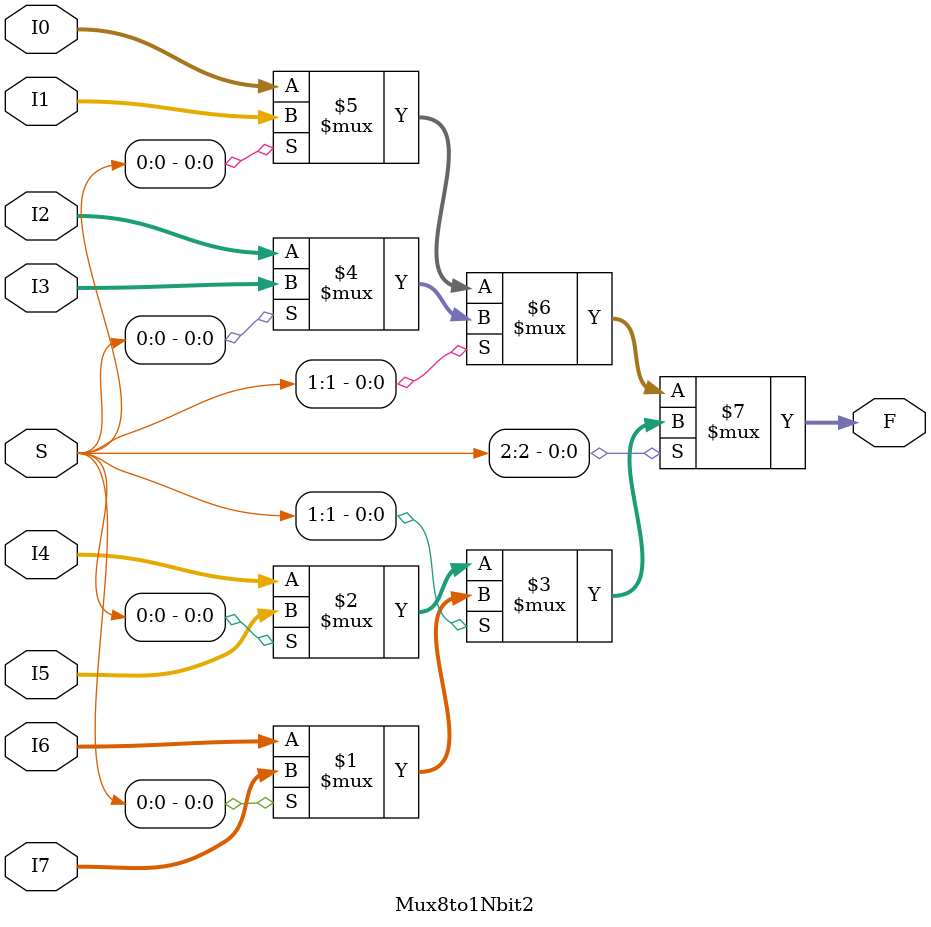
<source format=v>

module control_unit_setup(instruction, status, reset, clock, control_word, K);
	input [31:0] instruction;
							  // registerd   , instant
	input [4:0] status; // {V, C, N, Z}, Z
	input reset, clock;
	output [96:0] control_word;
	output [63:0] K;
	
	wire V, C, N, Z, ZZ;
	wire [10:0] opcode;
	assign opcode = instruction[31:21];
	
	// partial control words
	wire [96:0] branch_cw, other_cw;
	wire [96:0] D_format_cw, I_arithmetic_cw, I_logic_cw, IW_cw, R_ALU_cw;
	wire [96:0] B_cw, B_cond_cw, BL_cw, CBZ_cw, BR_cw;
	
	// state logic
	wire NS;
	assign NS = control_word[95];
	reg state;
	always @(posedge clock or posedge reset) begin
		if(reset)
			state <= 1'b0;
		else
			state <= NS;
	end
	
	// partial control unit decoders
	D_decoder dec0_000 (instruction, D_format_cw);
	I_arithmetic_decoder dec0_010 (instruction, I_arithmetic_cw);
	I_logic_decoder dec0_100 (instruction, I_logic_cw);
	IW_decoder dec0_101 (instruction, state, IW_cw);
	R_ALU_decoder dec0_110 (instruction, R_ALU_cw);
	B_decoder dec1_000 (instruction, B_cw);
	B_cond_decoder dec1_010 (instruction, status[4:1], B_cond_cw);
	BL_decoder dec1_100 (instruction, BL_cw, state);
	CBZ_decoder dec1_101 (instruction, status[0], CBZ_cw);
	BR_decoder dec1_110 (instruction, BR_cw);
	
	// 2:1 mux to select between branch instructions and all others
	assign control_word = opcode[5] ? branch_cw : other_cw;
	
	// 8:1 mux to select between branch insturctions
	Mux8to1Nbit2 branch_mux (branch_cw, opcode[10:8], 
		B_cw, 0, B_cond_cw, 0, BL_cw, CBZ_cw, BR_cw, 0);
	defparam branch_mux.N = 97;
	
	// 8:1 mux to select between all other insturctions
	Mux8to1Nbit2 other_mux (other_cw, opcode[4:2], 
		D_format_cw, 0, I_arithmetic_cw, 0, I_logic_cw, IW_cw, R_ALU_cw, 0);
	defparam other_mux.N = 97;
	assign K = control_word[94:31];
	
endmodule

module D_decoder (I, control_word);
	input [31:0]I;
	output [96:0] control_word;
	
		// wire for all control signals
	wire [4:0] DA, SA, SB;
	wire [63:0] K;
	wire [1:0] PS;
	wire [4:0] FS;
	wire PCsel, Bsel, SL, EN_ALU, EN_RAM, EN_PC, WM, WR, NS;
	
//	assign {V, C, N, Z} = status;
	assign DA = I[4:0];
	assign SA = I[9:5];
	assign SB = I[4:0]; //"I think" Matt
	assign K = {55'b0, I[20:12]};
	assign FS = 5'b01000;
	assign PCsel = 1'b0; //Kin
	assign Bsel = 1'b1;
	assign SL = 1'b0;
	assign EN_RAM = I[22];
	assign EN_PC = 1'b0;		//This might be wrong
	assign EN_B = ~I[22];
	assign EN_ALU = 1'b0;
	assign WM = ~I[22];
	assign WR =  I[22];
	assign NS = 1'b0;
	assign PS = 2'b01;

	assign control_word = {NS, K, EN_PC, EN_RAM, EN_ALU, PCsel, Bsel, SL, WM, WR, PS, FS, SB, SA, DA, EN_B};
endmodule

module I_arithmetic_decoder (I, control_word);
	input [31:0]I;
	output [96:0] control_word;
	
		// wire for all control signals
	wire [4:0] DA, SA, SB;
	wire [63:0] K;
	wire [1:0] PS;
	wire [4:0] FS;
	wire PCsel, Bsel, SL, EN_ALU, EN_RAM, EN_PC, WM, WR, NS;
	
	assign DA = I[4:0];
	assign SA = I[9:5];
	assign SB = 5'b0; //"I think" Matt
	assign K = {52'b0, I[21:10]};
	assign FS = {3'b010, I[30], 1'b0};
	assign PCsel = 1'b0; //Kin
	assign Bsel = 1'b1;
	assign SL = I[29];
	assign EN_RAM = 1'b0;
	assign EN_PC = 1'b0;		//This might be wrong
	assign EN_B = 1'b0;
	assign EN_ALU = 1'b1;
	assign WM = 1'b0;
	assign WR =  1'b1;
	assign NS = 1'b0;
	assign PS = 2'b01;

	assign control_word = {NS, K, EN_PC, EN_RAM, EN_ALU, PCsel, Bsel, SL, WM, WR, PS, FS, SB, SA, DA, EN_B};

endmodule

module I_logic_decoder (I, control_word); //Minor problems
	input [31:0]I; 
	output [96:0] control_word;
	
	wire [4:0] DA, SA, SB;    
    wire [63:0] K;
    wire [1:0] PS;
    wire [4:0] FS;
    wire PCsel, Bsel, SL, EN_ALU, EN_RAM, EN_PC, WM, WR, NS;
	

	assign DA = I[4:0];
	assign SA = I[9:5];
	assign SB = 5'b0;
	assign K = {52'b0, I[21:10]};		
	assign FS = {1'b0, I[30] & ~I[29], I[30]^I[29], 2'b00};
	assign PCsel = 1'b1; //Don't know what Kin does.
	assign Bsel = 1'b1;
	assign SL = I[30] & I[29];
	assign EN_ALU = 1'b1;
	assign EN_RAM = 1'b0;
	assign EN_PC = 1'b0;
	assign WM = 1'b0;
	assign WR = 1'b1;
	assign NS = 1'b0;
	assign EN_B = 1'b0;
	assign PS = 2'b01;
	
	assign control_word = {NS, K, EN_PC, EN_RAM, EN_ALU, PCsel, Bsel, SL, WM, WR, PS, FS, SB, SA, DA, EN_B};
endmodule

module IW_decoder (I, state, control_word);
	input [31:0]I;
	input state;
	output [96:0] control_word;
	
	// wire for all control signals
	wire [4:0] DA, SA, SB;
	wire [63:0] K;
	wire [1:0] PS;
	wire [4:0] FS;
	wire PCsel, Bsel, SL, EN_ALU, EN_RAM, EN_PC, WM, WR, NS;
	
	// easy stuff first
	assign DA = I[4:0];
	assign SB = 5'b0;
	assign Bsel = 1'b1;
	assign PCsel = 1'b0;
	assign SL = 1'b0;
	assign EN_ALU = 1'b1;
	assign EN_RAM = 1'b0;
	assign EN_PC = 1'b0;
	assign WM = 1'b0;
	assign WR = 1'b1;
	assign EN_B = 1'b0;
	
	// hard ones
	wire I29_Snot;
	assign I29_Snot = I[29] & ~state;
	assign SA = I[29] ? I[4:0] : 5'd31;
	assign K = (I29_Snot) ? 64'hFFFFFFFFFFFF0000 : {48'b0, I[20:5]};
	assign PS = {1'b0, ~I29_Snot};
	assign FS = {2'b00, ~I29_Snot, 2'b00};
	assign NS = I29_Snot;
	
	
	assign control_word = {NS, K, EN_PC, EN_RAM, EN_ALU, PCsel, Bsel, SL, WM, WR, PS, FS, SB, SA, DA, EN_B};
endmodule

module R_ALU_decoder (I, control_word);
	input [31:0]I;
	output [96:0] control_word;
	
	// wire for all control signals
	wire [4:0] DA, SA, SB;
	wire [63:0] K;
	wire [1:0] PS;
	wire [4:0] FS;
	wire PCsel, Bsel, SL, EN_ALU, EN_RAM, EN_PC, WM, WR, NS;
	
//	assign {V, C, N, Z} = status;
	assign DA = I[4:0];
	assign SA = I[9:5];
	assign SB = I[20:16];
	assign K = {58'b0, I[15:10]};
	assign FS[1] = I[24] & ~I[22] & I[30];
	assign FS[0] = 1'b0;
	assign FS[2] = ~I[24] & (I[30] ^ I[29]) | I[24] & I[22] & ~I[21];
	assign FS[3] = ~I[24] & I[30] & ~I[29] | I[24] & ~I[22];
	assign FS[4] = I[24] & I[22];
	
	assign PCsel = 1'b0; //Don't know what Kin does. // Still don't understand why this is 1, 4/10/2018 Tuesday 8:51PM EST 08028 Glassboro NJ USA North America Earth SOL Milky Way 
	assign Bsel = I[22];
	assign SL = ~I[24] & I[30] & I[29] | I[24] & ~I[22] & I[29];
	assign EN_ALU = 1'b1;
	assign EN_RAM = 1'b0;
	assign EN_PC = 1'b0;
	assign WM = 1'b0;
	assign WR = 1'b1;
	assign NS = 1'b0;
	assign EN_B = 1'b0;
	assign PS = 2'b01;
	
	assign control_word = {NS, K, EN_PC, EN_RAM, EN_ALU, PCsel, Bsel, SL, WM, WR, PS, FS, SB, SA, DA, EN_B};
endmodule

module B_decoder (I, control_word);
	input [31:0]I;
	output [96:0] control_word;

	wire [4:0] DA, SA, SB;
   wire [63:0] K;
   wire [1:0] PS;
   wire [4:0] FS;
   wire PCsel, Bsel, SL, EN_ALU, EN_RAM, EN_PC, WM, WR, NS;
    
 //   assign {V, C, N, Z} = status;

   assign DA = 5'b0; // not used
   assign SA = 5'b0;
   assign SB = 5'b0; // not used
	assign FS = 5'b0;
   assign Bsel = 1'b0;
   assign PCsel = 1'b0;
   assign PS = 2'b11;
   assign SL = 1'b0;
   assign EN_ALU = 1'b0;
   assign EN_RAM = 1'b0;
   assign EN_PC = 1'b0;
   assign WM = 1'b0;
	assign WR = 1'b0;
	assign EN_B = 1'b0;
	assign NS = 1'b0;
	assign K = {38'b0, I[25:0]};
	
	assign control_word = {NS, K, EN_PC, EN_RAM, EN_ALU, PCsel, Bsel, SL, WM, WR, PS, FS, SB, SA, DA, EN_B};
endmodule

module B_cond_decoder (I, status, control_word);
	input [31:0]I;
	input [4:0]status;
	output [96:0] control_word;
		//wire all control signals 03/28/2018
	wire[4:0] DA, SA, SB;
	wire[63:0] K;
	wire [1:0] PS;
	wire [4:0] FS;
	wire PCsel, Bsel, SL, EN_ALU, EN_RAM, EN_PC, WM, WR, NS;
	wire V, C, N, Z, ZZ;
	
	assign {V, C, N, Z, ZZ} = status;
	assign DA = 5'b0;
	assign SA = 5'b0;
	assign SB = 5'b0;
	assign K = {{45{I[23]}},I[23:5]};
	assign FS = 5'b0;
	assign PCsel = 1'b1; //Kin
	assign Bsel = 1'b0;
	assign SL = 1'b0;
	assign EN_ALU = 1'b0;
	assign EN_RAM = 1'b0;
	assign EN_PC = 1'b0;
	assign WM = 1'b0;
	assign WR = 1'b0;
	assign NS = 1'b0;
	assign EN_B =1'b0;	
	/*PS
	PC + 4 			when condition is false
	PC + 4 + in*4	when condition is true
	
	PS |
	---+----------------
	00 | PC <- PC
	01 | PC <- PC + 4
	10 | PC <- in
	11 | PC <- PC + 4 +in*4
	For this function, Ps[0] is always 1
	*/
	
	wire PCmux_out;
	wire Zn_C, N_xnor_V, N_xnor_V_Zn;
	assign Zn_C = ~Z & C;
	assign N_xnor_V = ~(N^V);
	assign N_xnor_V_Zn = N_xnor_V & ~Z;
	Mux8to1Nbit PC1mux (PCmux_out, I[3:1], Z, C, N, V, Zn_C, N_xnor_V, N_xnor_V_Zn, ~I[0]);
	defparam PC1mux.N = 1; 
	assign PS[1] = PCmux_out ^ I[0];
	assign PS[0] = 1'b1;
	assign control_word = {NS, K, EN_PC, EN_RAM, EN_ALU, PCsel, Bsel, SL, WM, WR, PS, FS, SB, SA, DA, EN_B};
	
endmodule

module BL_decoder (I, control_word, state);
	input [31:0]I;
	input state;
	output [96:0] control_word;
	
	wire [4:0] DA, SA, SB;    
	wire [63:0] K;
	wire [1:0] PS;
	wire [4:0] FS;
	wire PCsel, Bsel, SL, EN_ALU, EN_RAM, EN_PC, WM, WR, NS;
	
	assign DA = 5'b11110;	//register 30 is dedicated to this ...i think
	assign SA = 5'b0;
	assign SB = 5'b0;
	assign PCsel = 1'b1;
	assign K = {{38{I[25]}}, I[25:0]};
	assign SL = 1'b0;
	assign EN_ALU = 1'b0;
	assign EN_RAM = 1'b0;
	assign EN_PC = ~state;
	assign WM = 1'b0;
	assign WR = state;
	assign Bsel = 1'b0;
	assign NS = ~state;
	assign PS = {state, state};
	assign FS = 5'b0;
	assign EN_B = 1'b0;
	
	assign control_word = {NS, K, EN_PC, EN_RAM, EN_ALU, PCsel, Bsel, SL, WM, WR, PS, FS, SB, SA, DA, EN_B};
	

endmodule

module CBZ_decoder (I, status, control_word);
	input [31:0]I;
	input [4:0]status; //only need status[0] 4/12/2018
	output [96:0] control_word;
	
	wire [4:0] DA, SA, SB;    
   wire [63:0] K;
   wire [1:0] PS;
   wire [4:0] FS;
   wire PCsel, Bsel, SL, EN_ALU, EN_RAM, EN_PC, WM, WR, NS;
	wire V, C, N, Z, ZZ;
	
	assign {V, C, N, Z, ZZ} = status;
	assign DA = 5'b0;
	assign SA = I[4:0];
	assign SB = I[4:0];
	assign K = {{45{I[23]}},I[23:5]};
	assign PS = ZZ? {~I[24], 1'b1} : {I[24], 1'b1};
	assign FS = 5'b00100;
	assign PCsel = 1'b1; //Don't know what Kin does.
	assign Bsel = 1'b0;
	assign SL = 1'b1; //Possibly doesn't matter since we are using ZZ which is routed around the register N bit 4/19/2018
	assign EN_ALU = 1'b0;
	assign EN_RAM = 1'b0;
	assign EN_PC = 1'b0;
	assign WM = 1'b0;
	assign WR = 1'b0;
	assign NS = 1'b0;
	assign EN_B = 1'b0;
	
	assign control_word = {NS, K, EN_PC, EN_RAM, EN_ALU, PCsel, Bsel, SL, WM, WR, PS, FS, SB, SA, DA, EN_B};
	
	
endmodule

module BR_decoder (I, control_word);
	input [31:0]I;
	output [96:0] control_word;
	
	wire [4:0] DA, SA, SB;    
	wire [63:0] K;
	wire [1:0] PS;
	wire [4:0] FS;
	wire PCsel, Bsel, SL, EN_ALU, EN_RAM, EN_PC, WM, WR, NS;
	
	assign DA = 5'b0;
	assign SA = I[4:0];
	assign SB = 5'b0;
	assign PCsel = 1'b1;
	assign K = 64'b0;
	assign SL = 1'b0	;
	assign EN_ALU = 1'b0;
	assign EN_RAM = 1'b0;
	assign EN_PC = 1'b0;
	assign WM = 1'b0;
	assign WR = 1'b0;
	assign Bsel = 1'b0;
	assign NS = 1'b0;
	assign PS = 2'b10;	
	assign FS = 5'b0;
	assign EN_B = 1'b0;
	
	assign control_word = {NS, K, EN_PC, EN_RAM, EN_ALU, PCsel, Bsel, SL, WM, WR, PS, FS, SB, SA, DA, EN_B};
	
	
endmodule


module Mux8to1Nbit2(F, S, I0, I1, I2, I3, I4, I5, I6, I7);
			parameter N = 97;
			
			input [96:0] I0, I1, I2, I3, I4, I5, I6, I7;
			input [2:0]S; 
			output [96:0]F;
			
			
			assign F = S[2] ? (S[1] ? (S[0] ? I7:I6): (S[0] ? I5:I4)) : (S[1] ? (S[0] ? I3:I2): (S[0] ? I1:I0));
			
			
		endmodule
			


</source>
